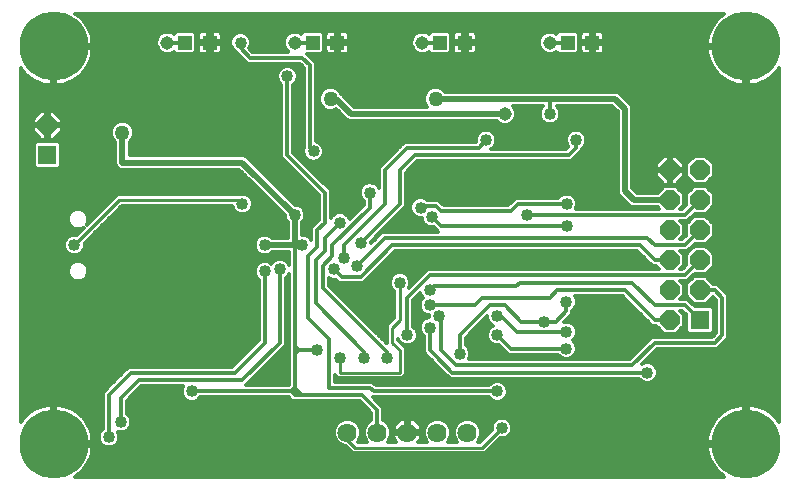
<source format=gbl>
G75*
G70*
%OFA0B0*%
%FSLAX24Y24*%
%IPPOS*%
%LPD*%
%AMOC8*
5,1,8,0,0,1.08239X$1,22.5*
%
%ADD10R,0.0472X0.0472*%
%ADD11C,0.0640*%
%ADD12C,0.2300*%
%ADD13R,0.0640X0.0640*%
%ADD14OC8,0.0640*%
%ADD15C,0.0120*%
%ADD16C,0.0400*%
%ADD17C,0.0450*%
%ADD18C,0.0100*%
%ADD19C,0.0500*%
%ADD20C,0.0200*%
D10*
X008121Y019492D03*
X008948Y019492D03*
X012371Y019492D03*
X013198Y019492D03*
X016621Y019492D03*
X017448Y019492D03*
X020871Y019492D03*
X021698Y019492D03*
D11*
X017535Y006492D03*
X016535Y006492D03*
X015535Y006492D03*
X014535Y006492D03*
X013535Y006492D03*
D12*
X003739Y006118D03*
X003739Y019366D03*
X026830Y019366D03*
X026830Y006118D03*
D13*
X025285Y010242D03*
X003535Y015742D03*
D14*
X003535Y016742D03*
X024285Y015242D03*
X025285Y015242D03*
X025285Y014242D03*
X024285Y014242D03*
X024285Y013242D03*
X025285Y013242D03*
X025285Y012242D03*
X024285Y012242D03*
X024285Y011242D03*
X025285Y011242D03*
X024285Y010242D03*
D15*
X004521Y005065D02*
X004466Y005028D01*
X026103Y005028D01*
X026049Y005065D01*
X025949Y005146D01*
X025858Y005237D01*
X025777Y005337D01*
X025705Y005444D01*
X025644Y005557D01*
X025595Y005676D01*
X025558Y005799D01*
X025533Y005926D01*
X025520Y006054D01*
X025520Y006058D01*
X026770Y006058D01*
X026770Y006178D01*
X026770Y007428D01*
X026766Y007428D01*
X026638Y007415D01*
X026511Y007390D01*
X026388Y007353D01*
X026269Y007304D01*
X026156Y007243D01*
X026049Y007171D01*
X025949Y007090D01*
X025858Y006999D01*
X025777Y006899D01*
X025705Y006792D01*
X025644Y006679D01*
X025595Y006560D01*
X025558Y006437D01*
X025533Y006310D01*
X025520Y006182D01*
X025520Y006178D01*
X026770Y006178D01*
X026890Y006178D01*
X026890Y007428D01*
X026894Y007428D01*
X027022Y007415D01*
X027149Y007390D01*
X027272Y007353D01*
X027391Y007304D01*
X027504Y007243D01*
X027611Y007171D01*
X027711Y007090D01*
X027802Y006999D01*
X027883Y006899D01*
X027920Y006845D01*
X027920Y018640D01*
X027883Y018585D01*
X027802Y018485D01*
X027711Y018394D01*
X027611Y018313D01*
X027504Y018241D01*
X027391Y018180D01*
X027272Y018131D01*
X027149Y018094D01*
X027022Y018069D01*
X026894Y018056D01*
X026890Y018056D01*
X026890Y019306D01*
X026770Y019306D01*
X026770Y018056D01*
X026766Y018056D01*
X026638Y018069D01*
X026511Y018094D01*
X026388Y018131D01*
X026269Y018180D01*
X026156Y018241D01*
X026049Y018313D01*
X025949Y018394D01*
X025858Y018485D01*
X025777Y018585D01*
X025705Y018692D01*
X025644Y018805D01*
X025595Y018924D01*
X025558Y019047D01*
X025533Y019174D01*
X025520Y019302D01*
X025520Y019306D01*
X026770Y019306D01*
X026770Y019426D01*
X025520Y019426D01*
X025520Y019430D01*
X025533Y019559D01*
X025558Y019685D01*
X025595Y019808D01*
X025644Y019927D01*
X025705Y020040D01*
X025777Y020147D01*
X025858Y020247D01*
X025949Y020338D01*
X026049Y020419D01*
X026103Y020456D01*
X004466Y020456D01*
X004521Y020419D01*
X004620Y020338D01*
X004711Y020247D01*
X004793Y020147D01*
X004864Y020040D01*
X004925Y019927D01*
X004974Y019808D01*
X005012Y019685D01*
X005037Y019559D01*
X005049Y019430D01*
X005049Y019426D01*
X003800Y019426D01*
X003800Y019306D01*
X005049Y019306D01*
X005049Y019302D01*
X005037Y019174D01*
X005012Y019047D01*
X004974Y018924D01*
X004925Y018805D01*
X004864Y018692D01*
X004793Y018585D01*
X004711Y018485D01*
X004620Y018394D01*
X004521Y018313D01*
X004414Y018241D01*
X004300Y018180D01*
X004181Y018131D01*
X004058Y018094D01*
X003932Y018069D01*
X003804Y018056D01*
X003799Y018056D01*
X003799Y019306D01*
X003679Y019306D01*
X003679Y018056D01*
X003675Y018056D01*
X003547Y018069D01*
X003421Y018094D01*
X003298Y018131D01*
X003179Y018180D01*
X003065Y018241D01*
X002958Y018313D01*
X002859Y018394D01*
X002768Y018485D01*
X002686Y018585D01*
X002649Y018640D01*
X002649Y006845D01*
X002686Y006899D01*
X002768Y006999D01*
X002859Y007090D01*
X002958Y007171D01*
X003065Y007243D01*
X003179Y007304D01*
X003298Y007353D01*
X003421Y007390D01*
X003547Y007415D01*
X003675Y007428D01*
X003679Y007428D01*
X003679Y006178D01*
X003799Y006178D01*
X003799Y007428D01*
X003804Y007428D01*
X003932Y007415D01*
X004058Y007390D01*
X004181Y007353D01*
X004300Y007304D01*
X004414Y007243D01*
X004521Y007171D01*
X004620Y007090D01*
X004711Y006999D01*
X004793Y006899D01*
X004864Y006792D01*
X004925Y006679D01*
X004974Y006560D01*
X005012Y006437D01*
X005037Y006310D01*
X005049Y006182D01*
X005049Y006178D01*
X003800Y006178D01*
X003800Y006058D01*
X005049Y006058D01*
X005049Y006054D01*
X005037Y005926D01*
X005012Y005799D01*
X004974Y005676D01*
X004925Y005557D01*
X004864Y005444D01*
X004793Y005337D01*
X004711Y005237D01*
X004620Y005146D01*
X004521Y005065D01*
X004570Y005105D02*
X025999Y005105D01*
X025872Y005224D02*
X004698Y005224D01*
X004797Y005342D02*
X025773Y005342D01*
X025696Y005461D02*
X004873Y005461D01*
X004934Y005579D02*
X025635Y005579D01*
X025588Y005698D02*
X004981Y005698D01*
X005015Y005816D02*
X013692Y005816D01*
X013706Y005802D02*
X013863Y005802D01*
X018113Y005802D01*
X018225Y005913D01*
X018614Y006303D01*
X018617Y006302D01*
X018752Y006302D01*
X018877Y006354D01*
X018973Y006449D01*
X019025Y006574D01*
X019025Y006710D01*
X018973Y006835D01*
X018877Y006930D01*
X018752Y006982D01*
X018617Y006982D01*
X018492Y006930D01*
X018396Y006835D01*
X018345Y006710D01*
X018345Y006574D01*
X018346Y006572D01*
X017956Y006182D01*
X017875Y006182D01*
X017925Y006231D01*
X017995Y006401D01*
X017995Y006584D01*
X017925Y006753D01*
X017795Y006882D01*
X017626Y006952D01*
X017443Y006952D01*
X017274Y006882D01*
X017145Y006753D01*
X017075Y006584D01*
X017075Y006401D01*
X017145Y006231D01*
X017194Y006182D01*
X016875Y006182D01*
X016925Y006231D01*
X016995Y006401D01*
X016995Y006584D01*
X016925Y006753D01*
X016795Y006882D01*
X016626Y006952D01*
X016443Y006952D01*
X016274Y006882D01*
X016145Y006753D01*
X016075Y006584D01*
X016075Y006401D01*
X016145Y006231D01*
X016194Y006182D01*
X015903Y006182D01*
X015945Y006240D01*
X015980Y006308D01*
X016003Y006380D01*
X016014Y006452D01*
X015575Y006452D01*
X015575Y006532D01*
X016014Y006532D01*
X016003Y006604D01*
X015980Y006676D01*
X015945Y006744D01*
X015901Y006805D01*
X015847Y006858D01*
X015786Y006903D01*
X015719Y006937D01*
X015647Y006960D01*
X015575Y006972D01*
X015575Y006532D01*
X015495Y006532D01*
X015495Y006972D01*
X015422Y006960D01*
X015350Y006937D01*
X015283Y006903D01*
X015222Y006858D01*
X015169Y006805D01*
X015124Y006744D01*
X015090Y006676D01*
X015067Y006604D01*
X015055Y006532D01*
X015494Y006532D01*
X015494Y006452D01*
X015055Y006452D01*
X015067Y006380D01*
X015090Y006308D01*
X015124Y006240D01*
X015167Y006182D01*
X014875Y006182D01*
X014925Y006231D01*
X014995Y006401D01*
X014995Y006584D01*
X014925Y006753D01*
X014795Y006882D01*
X014735Y006907D01*
X014735Y007159D01*
X014735Y007325D01*
X014392Y007667D01*
X014493Y007667D01*
X018254Y007667D01*
X018342Y007579D01*
X018467Y007527D01*
X018602Y007527D01*
X018727Y007579D01*
X018823Y007674D01*
X018875Y007799D01*
X018875Y007935D01*
X018823Y008060D01*
X018727Y008155D01*
X018602Y008207D01*
X018467Y008207D01*
X018342Y008155D01*
X018254Y008067D01*
X014493Y008067D01*
X014368Y008192D01*
X014202Y008192D01*
X013110Y008192D01*
X013110Y008398D01*
X013206Y008302D01*
X013363Y008302D01*
X015363Y008302D01*
X015475Y008413D01*
X015475Y008571D01*
X015475Y009163D01*
X015475Y009321D01*
X015225Y009571D01*
X015225Y009602D01*
X015246Y009549D01*
X015342Y009454D01*
X015467Y009402D01*
X015602Y009402D01*
X015727Y009454D01*
X015823Y009549D01*
X015875Y009674D01*
X015875Y009810D01*
X015823Y009935D01*
X015735Y010023D01*
X015735Y010909D01*
X015961Y011135D01*
X015996Y011049D01*
X016054Y010992D01*
X015996Y010935D01*
X015945Y010810D01*
X015945Y010674D01*
X015996Y010549D01*
X016092Y010454D01*
X016217Y010402D01*
X016257Y010402D01*
X016257Y010332D01*
X016217Y010332D01*
X016092Y010280D01*
X015996Y010185D01*
X015945Y010060D01*
X015945Y009924D01*
X015996Y009799D01*
X016085Y009711D01*
X016085Y009159D01*
X016202Y009042D01*
X016389Y008855D01*
X016389Y008855D01*
X016835Y008409D01*
X016942Y008302D01*
X016952Y008292D01*
X017118Y008292D01*
X023254Y008292D01*
X023342Y008204D01*
X023467Y008152D01*
X023602Y008152D01*
X023727Y008204D01*
X023823Y008299D01*
X023875Y008424D01*
X027920Y008424D01*
X027920Y008306D02*
X023826Y008306D01*
X023875Y008424D02*
X023875Y008560D01*
X023823Y008685D01*
X023727Y008780D01*
X023602Y008832D01*
X023467Y008832D01*
X023365Y008790D01*
X023868Y009292D01*
X025702Y009292D01*
X025868Y009292D01*
X026118Y009542D01*
X026235Y009659D01*
X026235Y011075D01*
X026118Y011192D01*
X025868Y011442D01*
X025735Y011442D01*
X025475Y011702D01*
X025094Y011702D01*
X024825Y011433D01*
X024825Y011051D01*
X025094Y010782D01*
X025475Y010782D01*
X025719Y011025D01*
X025835Y010909D01*
X025835Y009825D01*
X025702Y009692D01*
X023702Y009692D01*
X023585Y009575D01*
X022952Y008942D01*
X017580Y008942D01*
X017625Y009049D01*
X017625Y009185D01*
X017573Y009310D01*
X017485Y009398D01*
X017485Y009659D01*
X018195Y010369D01*
X018195Y010299D01*
X018246Y010174D01*
X018342Y010079D01*
X018401Y010055D01*
X018342Y010030D01*
X018246Y009935D01*
X018195Y009810D01*
X018195Y009674D01*
X018246Y009549D01*
X018342Y009454D01*
X018467Y009402D01*
X018592Y009402D01*
X018902Y009092D01*
X019068Y009092D01*
X020554Y009092D01*
X020642Y009004D01*
X020767Y008952D01*
X020902Y008952D01*
X021027Y009004D01*
X021123Y009099D01*
X021175Y009224D01*
X021175Y009360D01*
X021123Y009485D01*
X021040Y009567D01*
X021123Y009649D01*
X021175Y009774D01*
X021175Y009910D01*
X021123Y010035D01*
X021027Y010130D01*
X020902Y010182D01*
X020767Y010182D01*
X020751Y010175D01*
X021035Y010459D01*
X021035Y010561D01*
X021123Y010649D01*
X021175Y010774D01*
X021175Y010910D01*
X021123Y011035D01*
X021115Y011042D01*
X022702Y011042D01*
X023702Y010042D01*
X023834Y010042D01*
X024094Y009782D01*
X024475Y009782D01*
X024745Y010051D01*
X024745Y010433D01*
X024635Y010542D01*
X024702Y010542D01*
X024825Y010419D01*
X024825Y009864D01*
X024907Y009782D01*
X025663Y009782D01*
X025745Y009864D01*
X025745Y010620D01*
X025663Y010702D01*
X025108Y010702D01*
X024868Y010942D01*
X024702Y010942D01*
X024635Y010942D01*
X024745Y011051D01*
X024745Y011433D01*
X024635Y011542D01*
X024702Y011542D01*
X024868Y011542D01*
X025108Y011782D01*
X025475Y011782D01*
X025745Y012051D01*
X025745Y012433D01*
X025475Y012702D01*
X025094Y012702D01*
X024825Y012433D01*
X024825Y012065D01*
X024702Y011942D01*
X024635Y011942D01*
X024745Y012051D01*
X024745Y012433D01*
X024635Y012542D01*
X024868Y012542D01*
X024985Y012659D01*
X025108Y012782D01*
X025475Y012782D01*
X025745Y013051D01*
X025745Y013433D01*
X025475Y013702D01*
X025094Y013702D01*
X024825Y013433D01*
X024825Y013065D01*
X024702Y012942D01*
X024635Y012942D01*
X024745Y013051D01*
X024745Y013433D01*
X024635Y013542D01*
X024868Y013542D01*
X024985Y013659D01*
X024985Y013659D01*
X025108Y013782D01*
X025475Y013782D01*
X025745Y014051D01*
X025745Y014433D01*
X025475Y014702D01*
X025094Y014702D01*
X024825Y014433D01*
X024825Y014065D01*
X024702Y013942D01*
X024635Y013942D01*
X024745Y014051D01*
X024745Y014433D01*
X024475Y014702D01*
X024094Y014702D01*
X023874Y014482D01*
X023184Y014482D01*
X023025Y014641D01*
X023025Y017244D01*
X023025Y017340D01*
X022988Y017428D01*
X022596Y017820D01*
X022507Y017857D01*
X022412Y017857D01*
X020237Y017857D01*
X016784Y017857D01*
X016693Y017948D01*
X016550Y018007D01*
X016395Y018007D01*
X016251Y017948D01*
X016142Y017838D01*
X016082Y017695D01*
X016082Y017539D01*
X016142Y017396D01*
X016181Y017357D01*
X013759Y017357D01*
X013320Y017796D01*
X013303Y017838D01*
X013193Y017948D01*
X013050Y018007D01*
X012895Y018007D01*
X012751Y017948D01*
X012642Y017838D01*
X012582Y017695D01*
X012582Y017539D01*
X012642Y017396D01*
X012751Y017286D01*
X012895Y017227D01*
X013050Y017227D01*
X013163Y017274D01*
X013524Y016914D01*
X013612Y016877D01*
X013707Y016877D01*
X018509Y016877D01*
X018578Y016808D01*
X018712Y016752D01*
X018857Y016752D01*
X018991Y016808D01*
X019094Y016910D01*
X019150Y017044D01*
X019150Y017190D01*
X019094Y017324D01*
X019041Y017377D01*
X020064Y017377D01*
X019996Y017310D01*
X019945Y017185D01*
X019945Y017049D01*
X019996Y016924D01*
X020092Y016829D01*
X020217Y016777D01*
X020352Y016777D01*
X020477Y016829D01*
X020573Y016924D01*
X020625Y017049D01*
X020625Y017185D01*
X020573Y017310D01*
X020505Y017377D01*
X022360Y017377D01*
X022545Y017193D01*
X022545Y014494D01*
X022581Y014406D01*
X022649Y014339D01*
X022949Y014039D01*
X023037Y014002D01*
X023132Y014002D01*
X023874Y014002D01*
X023934Y013942D01*
X021143Y013942D01*
X021187Y014049D01*
X021187Y014185D01*
X021135Y014310D01*
X021040Y014405D01*
X020915Y014457D01*
X020780Y014457D01*
X020655Y014405D01*
X020566Y014317D01*
X019305Y014317D01*
X019139Y014317D01*
X018889Y014067D01*
X016743Y014067D01*
X016555Y014255D01*
X016389Y014255D01*
X016191Y014255D01*
X016165Y014280D01*
X016040Y014332D01*
X015905Y014332D01*
X015780Y014280D01*
X015684Y014185D01*
X015632Y014060D01*
X015632Y013924D01*
X015684Y013799D01*
X015780Y013704D01*
X015905Y013652D01*
X016007Y013652D01*
X016007Y013612D01*
X016059Y013487D01*
X016155Y013391D01*
X016280Y013340D01*
X016404Y013340D01*
X016552Y013192D01*
X014868Y013192D01*
X014702Y013192D01*
X014312Y012802D01*
X014312Y012862D01*
X015368Y013917D01*
X015485Y014034D01*
X015485Y015159D01*
X015868Y015542D01*
X020827Y015542D01*
X020993Y015542D01*
X021360Y015909D01*
X021360Y015961D01*
X021448Y016049D01*
X021500Y016174D01*
X021500Y016310D01*
X021448Y016435D01*
X021352Y016530D01*
X021227Y016582D01*
X021092Y016582D01*
X020967Y016530D01*
X020871Y016435D01*
X020820Y016310D01*
X020820Y016174D01*
X020871Y016049D01*
X020903Y016018D01*
X020827Y015942D01*
X018324Y015942D01*
X018352Y015954D01*
X018448Y016049D01*
X018500Y016174D01*
X018500Y016310D01*
X018448Y016435D01*
X018352Y016530D01*
X018227Y016582D01*
X018092Y016582D01*
X017967Y016530D01*
X017871Y016435D01*
X017820Y016310D01*
X017820Y016192D01*
X015452Y016192D01*
X015335Y016075D01*
X014585Y015325D01*
X014585Y015159D01*
X014585Y014656D01*
X014573Y014685D01*
X014477Y014780D01*
X014352Y014832D01*
X014217Y014832D01*
X014092Y014780D01*
X013996Y014685D01*
X013945Y014560D01*
X013945Y014424D01*
X013996Y014299D01*
X014085Y014211D01*
X014085Y014075D01*
X013609Y013599D01*
X013573Y013685D01*
X013477Y013780D01*
X013352Y013832D01*
X013217Y013832D01*
X013092Y013780D01*
X012996Y013685D01*
X012985Y013656D01*
X012985Y014409D01*
X012985Y014575D01*
X011735Y015825D01*
X011735Y018086D01*
X011823Y018174D01*
X011875Y018299D01*
X011875Y018435D01*
X011823Y018560D01*
X011727Y018655D01*
X011602Y018707D01*
X011467Y018707D01*
X011342Y018655D01*
X011246Y018560D01*
X011195Y018435D01*
X011195Y018299D01*
X011246Y018174D01*
X011335Y018086D01*
X011335Y015659D01*
X011452Y015542D01*
X012585Y014409D01*
X012585Y013575D01*
X012335Y013325D01*
X012335Y013159D01*
X012335Y012906D01*
X012323Y012935D01*
X012227Y013030D01*
X012102Y013082D01*
X012025Y013082D01*
X012025Y013501D01*
X012073Y013549D01*
X012125Y013674D01*
X012125Y013810D01*
X012073Y013935D01*
X011977Y014030D01*
X011852Y014082D01*
X011784Y014082D01*
X010171Y015695D01*
X010082Y015732D01*
X009987Y015732D01*
X006275Y015732D01*
X006275Y016180D01*
X006365Y016271D01*
X006425Y016414D01*
X006425Y016570D01*
X006365Y016713D01*
X006256Y016823D01*
X006112Y016882D01*
X005957Y016882D01*
X005814Y016823D01*
X005704Y016713D01*
X005645Y016570D01*
X005645Y016414D01*
X005704Y016271D01*
X005795Y016180D01*
X005795Y015540D01*
X005795Y015444D01*
X005831Y015356D01*
X005899Y015289D01*
X005987Y015252D01*
X009935Y015252D01*
X011445Y013743D01*
X011445Y013674D01*
X011496Y013549D01*
X011545Y013501D01*
X011545Y012982D01*
X011025Y012982D01*
X010977Y013030D01*
X010852Y013082D01*
X010717Y013082D01*
X010592Y013030D01*
X010496Y012935D01*
X010445Y012810D01*
X004774Y012810D01*
X004775Y012810D02*
X004774Y012812D01*
X006013Y014052D01*
X009695Y014052D01*
X009695Y014049D01*
X009746Y013924D01*
X009842Y013829D01*
X009967Y013777D01*
X010102Y013777D01*
X010227Y013829D01*
X010323Y013924D01*
X010375Y014049D01*
X010375Y014185D01*
X010323Y014310D01*
X010227Y014405D01*
X010102Y014457D01*
X009967Y014457D01*
X009907Y014432D01*
X005856Y014432D01*
X005745Y014321D01*
X004849Y013425D01*
X004897Y013541D01*
X004897Y013675D01*
X004846Y013799D01*
X004751Y013894D01*
X004627Y013945D01*
X004493Y013945D01*
X004369Y013894D01*
X004274Y013799D01*
X004223Y013675D01*
X004223Y013541D01*
X004274Y013417D01*
X004369Y013322D01*
X004493Y013271D01*
X004627Y013271D01*
X004743Y013319D01*
X004505Y013081D01*
X004502Y013082D01*
X004367Y013082D01*
X004242Y013030D01*
X004146Y012935D01*
X004095Y012810D01*
X004095Y012674D01*
X004146Y012549D01*
X004242Y012454D01*
X004367Y012402D01*
X004502Y012402D01*
X004627Y012454D01*
X004723Y012549D01*
X004775Y012674D01*
X004775Y012810D01*
X004775Y012692D02*
X010445Y012692D01*
X010445Y012674D02*
X010496Y012549D01*
X010592Y012454D01*
X010717Y012402D01*
X010852Y012402D01*
X010977Y012454D01*
X011026Y012502D01*
X011585Y012502D01*
X011585Y012094D01*
X011573Y012122D01*
X011477Y012218D01*
X011352Y012270D01*
X011217Y012270D01*
X011092Y012218D01*
X011003Y012129D01*
X010977Y012155D01*
X010852Y012207D01*
X010717Y012207D01*
X010592Y012155D01*
X010496Y012060D01*
X010445Y011935D01*
X010445Y011799D01*
X010496Y011674D01*
X010585Y011586D01*
X010585Y009575D01*
X009702Y008692D01*
X006252Y008692D01*
X006135Y008575D01*
X006135Y008575D01*
X005502Y007942D01*
X005385Y007825D01*
X005385Y006623D01*
X005296Y006535D01*
X005245Y006410D01*
X005245Y006274D01*
X005296Y006149D01*
X005392Y006054D01*
X005517Y006002D01*
X005652Y006002D01*
X005777Y006054D01*
X005873Y006149D01*
X005925Y006274D01*
X005925Y006410D01*
X005880Y006517D01*
X005917Y006502D01*
X006052Y006502D01*
X006177Y006554D01*
X006273Y006649D01*
X006325Y006774D01*
X006325Y006910D01*
X006273Y007035D01*
X006185Y007123D01*
X006185Y007559D01*
X006668Y008042D01*
X008052Y008042D01*
X008007Y007935D01*
X008007Y007799D01*
X008059Y007674D01*
X008155Y007579D01*
X008280Y007527D01*
X008415Y007527D01*
X008540Y007579D01*
X008628Y007667D01*
X011577Y007667D01*
X011585Y007659D01*
X011702Y007542D01*
X011827Y007542D01*
X011952Y007542D01*
X013952Y007542D01*
X014335Y007159D01*
X014335Y006907D01*
X014274Y006882D01*
X014145Y006753D01*
X014075Y006584D01*
X014075Y006401D01*
X014145Y006231D01*
X014194Y006182D01*
X013875Y006182D01*
X013925Y006231D01*
X013995Y006401D01*
X013995Y006584D01*
X013925Y006753D01*
X013795Y006882D01*
X013626Y006952D01*
X013443Y006952D01*
X013274Y006882D01*
X013145Y006753D01*
X013075Y006584D01*
X013075Y006401D01*
X013145Y006231D01*
X013274Y006102D01*
X013443Y006032D01*
X013476Y006032D01*
X013706Y005802D01*
X013573Y005935D02*
X005038Y005935D01*
X005049Y006053D02*
X005393Y006053D01*
X005287Y006172D02*
X003800Y006172D01*
X003799Y006291D02*
X003679Y006291D01*
X003679Y006409D02*
X003799Y006409D01*
X003799Y006528D02*
X003679Y006528D01*
X003679Y006646D02*
X003799Y006646D01*
X003799Y006765D02*
X003679Y006765D01*
X003679Y006883D02*
X003799Y006883D01*
X003799Y007002D02*
X003679Y007002D01*
X003679Y007120D02*
X003799Y007120D01*
X003799Y007239D02*
X003679Y007239D01*
X003679Y007357D02*
X003799Y007357D01*
X004166Y007357D02*
X005385Y007357D01*
X005385Y007239D02*
X004420Y007239D01*
X004583Y007120D02*
X005385Y007120D01*
X005385Y007002D02*
X004708Y007002D01*
X004804Y006883D02*
X005385Y006883D01*
X005385Y006765D02*
X004879Y006765D01*
X004939Y006646D02*
X005385Y006646D01*
X005294Y006528D02*
X004984Y006528D01*
X005017Y006409D02*
X005245Y006409D01*
X005245Y006291D02*
X005039Y006291D01*
X005585Y006342D02*
X005585Y007742D01*
X006335Y008492D01*
X009785Y008492D01*
X010785Y009492D01*
X010785Y011867D01*
X010546Y011625D02*
X004786Y011625D01*
X004751Y011590D02*
X004846Y011685D01*
X004897Y011809D01*
X004897Y011943D01*
X004846Y012067D01*
X004751Y012162D01*
X004627Y012213D01*
X004493Y012213D01*
X004369Y012162D01*
X004274Y012067D01*
X004223Y011943D01*
X004223Y011809D01*
X004274Y011685D01*
X004369Y011590D01*
X004493Y011539D01*
X004627Y011539D01*
X004751Y011590D01*
X004870Y011744D02*
X010468Y011744D01*
X010445Y011862D02*
X004897Y011862D01*
X004881Y011981D02*
X010464Y011981D01*
X010536Y012099D02*
X004813Y012099D01*
X004628Y012455D02*
X010591Y012455D01*
X010487Y012573D02*
X004733Y012573D01*
X004890Y012929D02*
X010494Y012929D01*
X010445Y012810D02*
X010445Y012674D01*
X010978Y012455D02*
X011585Y012455D01*
X011585Y012336D02*
X002649Y012336D01*
X002649Y012218D02*
X011092Y012218D01*
X011285Y011930D02*
X011285Y009492D01*
X010035Y008242D01*
X006585Y008242D01*
X005985Y007642D01*
X005985Y006842D01*
X006114Y006528D02*
X013075Y006528D01*
X013075Y006409D02*
X005925Y006409D01*
X005925Y006291D02*
X013120Y006291D01*
X013204Y006172D02*
X005882Y006172D01*
X005776Y006053D02*
X013391Y006053D01*
X013949Y006291D02*
X014120Y006291D01*
X014075Y006409D02*
X013995Y006409D01*
X013995Y006528D02*
X014075Y006528D01*
X014101Y006646D02*
X013969Y006646D01*
X013913Y006765D02*
X014157Y006765D01*
X014277Y006883D02*
X013792Y006883D01*
X013277Y006883D02*
X006325Y006883D01*
X006321Y006765D02*
X013157Y006765D01*
X013101Y006646D02*
X006270Y006646D01*
X006287Y007002D02*
X014335Y007002D01*
X014335Y007120D02*
X006187Y007120D01*
X006185Y007239D02*
X014255Y007239D01*
X014136Y007357D02*
X006185Y007357D01*
X006185Y007476D02*
X014018Y007476D01*
X014035Y007742D02*
X012035Y007742D01*
X011785Y007992D01*
X011660Y007867D01*
X011785Y007742D01*
X011785Y007867D01*
X011910Y007742D01*
X011972Y007742D01*
X012035Y007742D01*
X011972Y007742D02*
X011785Y007930D01*
X011785Y007992D01*
X011785Y009117D01*
X011910Y009242D01*
X011785Y009367D01*
X011785Y012742D01*
X012222Y012367D02*
X012535Y012680D01*
X012535Y013242D01*
X012785Y013492D01*
X012785Y014492D01*
X011535Y015742D01*
X011535Y018367D01*
X011847Y018501D02*
X012085Y018501D01*
X012085Y018619D02*
X011763Y018619D01*
X011952Y018792D02*
X012085Y018659D01*
X012085Y015971D01*
X012070Y015935D01*
X012070Y015799D01*
X012121Y015674D01*
X012217Y015579D01*
X012342Y015527D01*
X012477Y015527D01*
X012602Y015579D01*
X012698Y015674D01*
X012750Y015799D01*
X012750Y015935D01*
X012698Y016060D01*
X012602Y016155D01*
X012485Y016204D01*
X012485Y018659D01*
X012485Y018825D01*
X012235Y019075D01*
X012194Y019116D01*
X012666Y019116D01*
X012748Y019198D01*
X012748Y019786D01*
X012666Y019868D01*
X012077Y019868D01*
X012001Y019792D01*
X011991Y019801D01*
X011857Y019857D01*
X011712Y019857D01*
X011578Y019801D01*
X011475Y019699D01*
X011420Y019565D01*
X011420Y019419D01*
X011475Y019285D01*
X011569Y019192D01*
X010368Y019192D01*
X010260Y019299D01*
X010260Y019299D01*
X010312Y019424D01*
X010312Y019560D01*
X010260Y019685D01*
X010165Y019780D01*
X010040Y019832D01*
X009905Y019832D01*
X009780Y019780D01*
X009684Y019685D01*
X009632Y019560D01*
X009632Y019424D01*
X009684Y019299D01*
X009780Y019204D01*
X009798Y019196D01*
X009889Y019105D01*
X010085Y018909D01*
X010199Y018795D01*
X010202Y018792D01*
X010368Y018792D01*
X011952Y018792D01*
X012006Y018738D02*
X004889Y018738D01*
X004946Y018856D02*
X010138Y018856D01*
X010085Y018909D02*
X010085Y018909D01*
X010019Y018975D02*
X004990Y018975D01*
X005021Y019093D02*
X009901Y019093D01*
X009889Y019105D02*
X009889Y019105D01*
X009772Y019212D02*
X009338Y019212D01*
X009333Y019194D02*
X009344Y019235D01*
X009344Y019434D01*
X009006Y019434D01*
X009006Y019096D01*
X009205Y019096D01*
X009246Y019107D01*
X009283Y019128D01*
X009312Y019158D01*
X009333Y019194D01*
X009344Y019330D02*
X009671Y019330D01*
X009632Y019449D02*
X009006Y019449D01*
X009006Y019434D02*
X009006Y019550D01*
X008890Y019550D01*
X008890Y019434D01*
X008552Y019434D01*
X008552Y019235D01*
X008563Y019194D01*
X008584Y019158D01*
X008614Y019128D01*
X008650Y019107D01*
X008691Y019096D01*
X008890Y019096D01*
X008890Y019434D01*
X009006Y019434D01*
X009006Y019330D02*
X008890Y019330D01*
X008890Y019212D02*
X009006Y019212D01*
X008890Y019449D02*
X008498Y019449D01*
X008552Y019550D02*
X008552Y019749D01*
X008563Y019790D01*
X008584Y019826D01*
X008614Y019856D01*
X008650Y019877D01*
X008691Y019888D01*
X008890Y019888D01*
X008890Y019550D01*
X008552Y019550D01*
X008552Y019567D02*
X008498Y019567D01*
X008498Y019686D02*
X008552Y019686D01*
X008498Y019786D02*
X008416Y019868D01*
X007827Y019868D01*
X007751Y019792D01*
X007741Y019801D01*
X007607Y019857D01*
X007462Y019857D01*
X007328Y019801D01*
X007225Y019699D01*
X007170Y019565D01*
X007170Y019419D01*
X007225Y019285D01*
X007328Y019183D01*
X007462Y019127D01*
X007607Y019127D01*
X007741Y019183D01*
X007751Y019192D01*
X007827Y019116D01*
X008416Y019116D01*
X008498Y019198D01*
X008498Y019786D01*
X008479Y019804D02*
X008571Y019804D01*
X008890Y019804D02*
X009006Y019804D01*
X009006Y019888D02*
X009006Y019550D01*
X009344Y019550D01*
X009344Y019749D01*
X009333Y019790D01*
X009312Y019826D01*
X009283Y019856D01*
X009246Y019877D01*
X009205Y019888D01*
X009006Y019888D01*
X009006Y019686D02*
X008890Y019686D01*
X008890Y019567D02*
X009006Y019567D01*
X009344Y019567D02*
X009635Y019567D01*
X009685Y019686D02*
X009344Y019686D01*
X009325Y019804D02*
X009838Y019804D01*
X010106Y019804D02*
X011585Y019804D01*
X011470Y019686D02*
X010259Y019686D01*
X010309Y019567D02*
X011421Y019567D01*
X011420Y019449D02*
X010312Y019449D01*
X010273Y019330D02*
X011457Y019330D01*
X011549Y019212D02*
X010348Y019212D01*
X010285Y018992D02*
X009972Y019305D01*
X009972Y019492D01*
X010285Y018992D02*
X012035Y018992D01*
X012285Y018742D01*
X012285Y015992D01*
X012085Y016011D02*
X011735Y016011D01*
X011735Y015893D02*
X012070Y015893D01*
X012080Y015774D02*
X011786Y015774D01*
X011904Y015655D02*
X012140Y015655D01*
X012023Y015537D02*
X012318Y015537D01*
X012501Y015537D02*
X014797Y015537D01*
X014915Y015655D02*
X012679Y015655D01*
X012739Y015774D02*
X015034Y015774D01*
X015152Y015893D02*
X012750Y015893D01*
X012718Y016011D02*
X015271Y016011D01*
X015389Y016130D02*
X012628Y016130D01*
X012485Y016248D02*
X017820Y016248D01*
X017843Y016367D02*
X012485Y016367D01*
X012485Y016485D02*
X017922Y016485D01*
X018160Y016242D02*
X017910Y015992D01*
X015535Y015992D01*
X014785Y015242D01*
X014785Y014117D01*
X013410Y012742D01*
X013410Y012305D01*
X013035Y012367D02*
X012722Y012055D01*
X012722Y011305D01*
X014847Y009180D01*
X014847Y008992D01*
X015475Y009017D02*
X016227Y009017D01*
X016345Y008899D02*
X015475Y008899D01*
X015475Y008780D02*
X016464Y008780D01*
X016583Y008661D02*
X015475Y008661D01*
X015475Y008543D02*
X016701Y008543D01*
X016820Y008424D02*
X015475Y008424D01*
X015367Y008306D02*
X016938Y008306D01*
X016835Y008409D02*
X016835Y008409D01*
X017035Y008492D02*
X016472Y009055D01*
X016285Y009242D01*
X016285Y009992D01*
X015977Y009847D02*
X015859Y009847D01*
X015875Y009728D02*
X016068Y009728D01*
X016085Y009610D02*
X015848Y009610D01*
X015765Y009491D02*
X016085Y009491D01*
X016085Y009373D02*
X015423Y009373D01*
X015475Y009254D02*
X016085Y009254D01*
X016108Y009136D02*
X015475Y009136D01*
X015305Y009491D02*
X015304Y009491D01*
X015535Y009742D02*
X015535Y010992D01*
X016285Y011742D01*
X024785Y011742D01*
X025285Y012242D01*
X025745Y012218D02*
X027920Y012218D01*
X027920Y012336D02*
X025745Y012336D01*
X025722Y012455D02*
X027920Y012455D01*
X027920Y012573D02*
X025604Y012573D01*
X025485Y012692D02*
X027920Y012692D01*
X027920Y012810D02*
X025504Y012810D01*
X025622Y012929D02*
X027920Y012929D01*
X027920Y013048D02*
X025741Y013048D01*
X025745Y013166D02*
X027920Y013166D01*
X027920Y013285D02*
X025745Y013285D01*
X025745Y013403D02*
X027920Y013403D01*
X027920Y013522D02*
X025656Y013522D01*
X025537Y013640D02*
X027920Y013640D01*
X027920Y013759D02*
X025084Y013759D01*
X025032Y013640D02*
X024966Y013640D01*
X024914Y013522D02*
X024656Y013522D01*
X024745Y013403D02*
X024825Y013403D01*
X024825Y013285D02*
X024745Y013285D01*
X024745Y013166D02*
X024825Y013166D01*
X024807Y013048D02*
X024741Y013048D01*
X024785Y012742D02*
X025285Y013242D01*
X025571Y013877D02*
X027920Y013877D01*
X027920Y013996D02*
X025689Y013996D01*
X025745Y014114D02*
X027920Y014114D01*
X027920Y014233D02*
X025745Y014233D01*
X025745Y014351D02*
X027920Y014351D01*
X027920Y014470D02*
X025707Y014470D01*
X025589Y014589D02*
X027920Y014589D01*
X027920Y014707D02*
X023025Y014707D01*
X023025Y014826D02*
X024022Y014826D01*
X024086Y014762D02*
X023805Y015043D01*
X023805Y015202D01*
X024244Y015202D01*
X024244Y015282D01*
X023805Y015282D01*
X023805Y015441D01*
X024086Y015722D01*
X024245Y015722D01*
X024245Y015282D01*
X024325Y015282D01*
X024765Y015282D01*
X024765Y015441D01*
X024484Y015722D01*
X024325Y015722D01*
X024325Y015282D01*
X024325Y015202D01*
X024765Y015202D01*
X024765Y015043D01*
X024484Y014762D01*
X024325Y014762D01*
X024325Y015202D01*
X024245Y015202D01*
X024245Y014762D01*
X024086Y014762D01*
X024245Y014826D02*
X024325Y014826D01*
X024325Y014944D02*
X024245Y014944D01*
X024245Y015063D02*
X024325Y015063D01*
X024325Y015181D02*
X024245Y015181D01*
X024245Y015300D02*
X024325Y015300D01*
X024325Y015418D02*
X024245Y015418D01*
X024245Y015537D02*
X024325Y015537D01*
X024325Y015655D02*
X024245Y015655D01*
X024019Y015655D02*
X023025Y015655D01*
X023025Y015537D02*
X023901Y015537D01*
X023805Y015418D02*
X023025Y015418D01*
X023025Y015300D02*
X023805Y015300D01*
X023805Y015181D02*
X023025Y015181D01*
X023025Y015063D02*
X023805Y015063D01*
X023904Y014944D02*
X023025Y014944D01*
X022545Y014944D02*
X015485Y014944D01*
X015485Y014826D02*
X022545Y014826D01*
X022545Y014707D02*
X015485Y014707D01*
X015485Y014589D02*
X022545Y014589D01*
X022555Y014470D02*
X015485Y014470D01*
X015485Y014351D02*
X020601Y014351D01*
X020847Y014117D02*
X019222Y014117D01*
X018972Y013867D01*
X016660Y013867D01*
X016472Y014055D01*
X016035Y014055D01*
X015972Y013992D01*
X015972Y013992D01*
X015632Y013996D02*
X015446Y013996D01*
X015485Y014114D02*
X015655Y014114D01*
X015732Y014233D02*
X015485Y014233D01*
X015285Y014117D02*
X015285Y015242D01*
X015785Y015742D01*
X020910Y015742D01*
X021160Y015992D01*
X021160Y016242D01*
X021500Y016248D02*
X022545Y016248D01*
X022545Y016130D02*
X021481Y016130D01*
X021410Y016011D02*
X022545Y016011D01*
X022545Y015893D02*
X021343Y015893D01*
X021225Y015774D02*
X022545Y015774D01*
X022545Y015655D02*
X021106Y015655D01*
X020896Y016011D02*
X018410Y016011D01*
X018481Y016130D02*
X020838Y016130D01*
X020820Y016248D02*
X018500Y016248D01*
X018476Y016367D02*
X020843Y016367D01*
X020922Y016485D02*
X018397Y016485D01*
X018545Y016841D02*
X012485Y016841D01*
X012485Y016959D02*
X013478Y016959D01*
X013359Y017078D02*
X012485Y017078D01*
X012485Y017197D02*
X013241Y017197D01*
X013564Y017552D02*
X016082Y017552D01*
X016082Y017671D02*
X013445Y017671D01*
X013327Y017789D02*
X016121Y017789D01*
X016211Y017908D02*
X013233Y017908D01*
X012711Y017908D02*
X012485Y017908D01*
X012485Y018026D02*
X027920Y018026D01*
X027920Y017908D02*
X016733Y017908D01*
X016126Y017434D02*
X013683Y017434D01*
X012723Y017315D02*
X012485Y017315D01*
X012485Y017434D02*
X012626Y017434D01*
X012582Y017552D02*
X012485Y017552D01*
X012485Y017671D02*
X012582Y017671D01*
X012621Y017789D02*
X012485Y017789D01*
X012085Y017789D02*
X011735Y017789D01*
X011735Y017671D02*
X012085Y017671D01*
X012085Y017552D02*
X011735Y017552D01*
X011735Y017434D02*
X012085Y017434D01*
X012085Y017315D02*
X011735Y017315D01*
X011735Y017197D02*
X012085Y017197D01*
X012085Y017078D02*
X011735Y017078D01*
X011735Y016959D02*
X012085Y016959D01*
X012085Y016841D02*
X011735Y016841D01*
X011735Y016722D02*
X012085Y016722D01*
X012085Y016604D02*
X011735Y016604D01*
X011735Y016485D02*
X012085Y016485D01*
X012085Y016367D02*
X011735Y016367D01*
X011735Y016248D02*
X012085Y016248D01*
X012085Y016130D02*
X011735Y016130D01*
X011335Y016130D02*
X006275Y016130D01*
X006275Y016011D02*
X011335Y016011D01*
X011335Y015893D02*
X006275Y015893D01*
X006275Y015774D02*
X011335Y015774D01*
X011338Y015655D02*
X010211Y015655D01*
X010329Y015537D02*
X011457Y015537D01*
X011576Y015418D02*
X010448Y015418D01*
X010566Y015300D02*
X011694Y015300D01*
X011813Y015181D02*
X010685Y015181D01*
X010803Y015063D02*
X011931Y015063D01*
X012050Y014944D02*
X010922Y014944D01*
X011040Y014826D02*
X012168Y014826D01*
X012287Y014707D02*
X011159Y014707D01*
X011278Y014589D02*
X012405Y014589D01*
X012524Y014470D02*
X011396Y014470D01*
X011515Y014351D02*
X012585Y014351D01*
X012585Y014233D02*
X011633Y014233D01*
X011752Y014114D02*
X012585Y014114D01*
X012585Y013996D02*
X012012Y013996D01*
X012097Y013877D02*
X012585Y013877D01*
X012585Y013759D02*
X012125Y013759D01*
X012111Y013640D02*
X012585Y013640D01*
X012532Y013522D02*
X012045Y013522D01*
X012025Y013403D02*
X012413Y013403D01*
X012335Y013285D02*
X012025Y013285D01*
X012025Y013166D02*
X012335Y013166D01*
X012335Y013048D02*
X012186Y013048D01*
X012325Y012929D02*
X012335Y012929D01*
X012785Y012992D02*
X012785Y012555D01*
X012472Y012242D01*
X012472Y010805D01*
X014097Y009180D01*
X014097Y008992D01*
X014818Y009491D02*
X014845Y009491D01*
X014845Y009465D02*
X012922Y011387D01*
X012922Y011634D01*
X013030Y011590D01*
X013154Y011590D01*
X013264Y011480D01*
X013430Y011480D01*
X014055Y011480D01*
X014172Y011597D01*
X015118Y012542D01*
X023202Y012542D01*
X023702Y012042D01*
X023834Y012042D01*
X023934Y011942D01*
X016202Y011942D01*
X016085Y011825D01*
X015582Y011323D01*
X015625Y011424D01*
X015625Y011560D01*
X015573Y011685D01*
X015477Y011780D01*
X015352Y011832D01*
X015217Y011832D01*
X015092Y011780D01*
X014996Y011685D01*
X014945Y011560D01*
X014945Y011424D01*
X014996Y011299D01*
X015092Y011204D01*
X015095Y011203D01*
X015095Y010321D01*
X013989Y010321D01*
X014107Y010202D02*
X014976Y010202D01*
X014858Y010084D02*
X014226Y010084D01*
X014344Y009965D02*
X014845Y009965D01*
X014845Y009913D02*
X014845Y009465D01*
X014845Y009610D02*
X014700Y009610D01*
X014581Y009728D02*
X014845Y009728D01*
X014845Y009847D02*
X014463Y009847D01*
X014845Y009913D02*
X014845Y010071D01*
X015095Y010321D01*
X015095Y010440D02*
X013870Y010440D01*
X013751Y010558D02*
X015095Y010558D01*
X015095Y010677D02*
X013633Y010677D01*
X013514Y010795D02*
X015095Y010795D01*
X015095Y010914D02*
X013396Y010914D01*
X013277Y011032D02*
X015095Y011032D01*
X015095Y011151D02*
X013159Y011151D01*
X013040Y011269D02*
X015027Y011269D01*
X014960Y011388D02*
X012922Y011388D01*
X012922Y011506D02*
X013237Y011506D01*
X013347Y011680D02*
X013097Y011930D01*
X013347Y011680D02*
X013972Y011680D01*
X015035Y012742D01*
X023285Y012742D01*
X023785Y012242D01*
X024285Y012242D01*
X024745Y012218D02*
X024825Y012218D01*
X024825Y012336D02*
X024745Y012336D01*
X024722Y012455D02*
X024847Y012455D01*
X024899Y012573D02*
X024966Y012573D01*
X025017Y012692D02*
X025084Y012692D01*
X024785Y012742D02*
X023785Y012742D01*
X023535Y012992D01*
X014785Y012992D01*
X013847Y012055D01*
X014201Y011625D02*
X014972Y011625D01*
X014945Y011506D02*
X014082Y011506D01*
X014319Y011744D02*
X015055Y011744D01*
X014556Y011981D02*
X023896Y011981D01*
X023645Y012099D02*
X014675Y012099D01*
X014793Y012218D02*
X023526Y012218D01*
X023408Y012336D02*
X014912Y012336D01*
X015030Y012455D02*
X023289Y012455D01*
X023035Y011492D02*
X023785Y010742D01*
X024785Y010742D01*
X025285Y010242D01*
X025745Y010202D02*
X025835Y010202D01*
X025835Y010084D02*
X025745Y010084D01*
X025745Y009965D02*
X025835Y009965D01*
X025835Y009847D02*
X025728Y009847D01*
X025738Y009728D02*
X021156Y009728D01*
X021175Y009847D02*
X024029Y009847D01*
X023911Y009965D02*
X021152Y009965D01*
X021074Y010084D02*
X023660Y010084D01*
X023541Y010202D02*
X020778Y010202D01*
X020896Y010321D02*
X023423Y010321D01*
X023304Y010440D02*
X021015Y010440D01*
X021035Y010558D02*
X023186Y010558D01*
X023067Y010677D02*
X021134Y010677D01*
X021175Y010795D02*
X022949Y010795D01*
X022830Y010914D02*
X021173Y010914D01*
X021124Y011032D02*
X022712Y011032D01*
X022785Y011242D02*
X023785Y010242D01*
X024285Y010242D01*
X024745Y010202D02*
X024825Y010202D01*
X024825Y010084D02*
X024745Y010084D01*
X024825Y009965D02*
X024659Y009965D01*
X024540Y009847D02*
X024842Y009847D01*
X024825Y010321D02*
X024745Y010321D01*
X024738Y010440D02*
X024804Y010440D01*
X025014Y010795D02*
X025081Y010795D01*
X024962Y010914D02*
X024896Y010914D01*
X024844Y011032D02*
X024725Y011032D01*
X024745Y011151D02*
X024825Y011151D01*
X024825Y011269D02*
X024745Y011269D01*
X024745Y011388D02*
X024825Y011388D01*
X024899Y011506D02*
X024671Y011506D01*
X024950Y011625D02*
X025017Y011625D01*
X025069Y011744D02*
X027920Y011744D01*
X027920Y011862D02*
X025555Y011862D01*
X025674Y011981D02*
X027920Y011981D01*
X027920Y012099D02*
X025745Y012099D01*
X024825Y012099D02*
X024745Y012099D01*
X024741Y011981D02*
X024674Y011981D01*
X025552Y011625D02*
X027920Y011625D01*
X027920Y011506D02*
X025671Y011506D01*
X025922Y011388D02*
X027920Y011388D01*
X027920Y011269D02*
X026040Y011269D01*
X026159Y011151D02*
X027920Y011151D01*
X027920Y011032D02*
X026235Y011032D01*
X026235Y010914D02*
X027920Y010914D01*
X027920Y010795D02*
X026235Y010795D01*
X026235Y010677D02*
X027920Y010677D01*
X027920Y010558D02*
X026235Y010558D01*
X026235Y010440D02*
X027920Y010440D01*
X027920Y010321D02*
X026235Y010321D01*
X026235Y010202D02*
X027920Y010202D01*
X027920Y010084D02*
X026235Y010084D01*
X026235Y009965D02*
X027920Y009965D01*
X027920Y009847D02*
X026235Y009847D01*
X026235Y009728D02*
X027920Y009728D01*
X027920Y009610D02*
X026185Y009610D01*
X026067Y009491D02*
X027920Y009491D01*
X027920Y009373D02*
X025948Y009373D01*
X025785Y009492D02*
X026035Y009742D01*
X026035Y010992D01*
X025785Y011242D01*
X025285Y011242D01*
X025607Y010914D02*
X025830Y010914D01*
X025835Y010795D02*
X025488Y010795D01*
X025688Y010677D02*
X025835Y010677D01*
X025835Y010558D02*
X025745Y010558D01*
X025745Y010440D02*
X025835Y010440D01*
X025835Y010321D02*
X025745Y010321D01*
X025785Y009492D02*
X023785Y009492D01*
X023035Y008742D01*
X017160Y008742D01*
X016847Y009055D01*
X016660Y009242D01*
X016660Y010305D01*
X016597Y010367D01*
X016191Y010321D02*
X015735Y010321D01*
X015735Y010202D02*
X016014Y010202D01*
X015955Y010084D02*
X015735Y010084D01*
X015792Y009965D02*
X015945Y009965D01*
X016126Y010440D02*
X015735Y010440D01*
X015735Y010558D02*
X015993Y010558D01*
X015945Y010677D02*
X015735Y010677D01*
X015735Y010795D02*
X015945Y010795D01*
X015988Y010914D02*
X015739Y010914D01*
X015858Y011032D02*
X016014Y011032D01*
X016285Y011242D02*
X016410Y011367D01*
X019160Y011367D01*
X019285Y011492D01*
X023035Y011492D01*
X022785Y011242D02*
X020535Y011242D01*
X020285Y010992D01*
X018035Y010992D01*
X017785Y010742D01*
X016285Y010742D01*
X015648Y011388D02*
X015610Y011388D01*
X015625Y011506D02*
X015766Y011506D01*
X015885Y011625D02*
X015598Y011625D01*
X015514Y011744D02*
X016003Y011744D01*
X016122Y011862D02*
X014438Y011862D01*
X013035Y012367D02*
X013035Y012742D01*
X014285Y013992D01*
X014285Y014492D01*
X013975Y014351D02*
X012985Y014351D01*
X012985Y014233D02*
X014063Y014233D01*
X014085Y014114D02*
X012985Y014114D01*
X012985Y013996D02*
X014006Y013996D01*
X013887Y013877D02*
X012985Y013877D01*
X012985Y013759D02*
X013071Y013759D01*
X013285Y013492D02*
X012785Y012992D01*
X012222Y012367D02*
X012222Y010305D01*
X012910Y009617D01*
X012910Y007992D01*
X014285Y007992D01*
X014410Y007867D01*
X018535Y007867D01*
X018650Y008187D02*
X023382Y008187D01*
X023687Y008187D02*
X027920Y008187D01*
X027920Y008069D02*
X018814Y008069D01*
X018868Y007950D02*
X027920Y007950D01*
X027920Y007832D02*
X018875Y007832D01*
X018839Y007713D02*
X027920Y007713D01*
X027920Y007595D02*
X018743Y007595D01*
X018326Y007595D02*
X014465Y007595D01*
X014584Y007476D02*
X027920Y007476D01*
X027920Y007357D02*
X027257Y007357D01*
X027510Y007239D02*
X027920Y007239D01*
X027920Y007120D02*
X027674Y007120D01*
X027799Y007002D02*
X027920Y007002D01*
X027920Y006883D02*
X027894Y006883D01*
X026890Y006883D02*
X026770Y006883D01*
X026770Y006765D02*
X026890Y006765D01*
X026890Y006646D02*
X026770Y006646D01*
X026770Y006528D02*
X026890Y006528D01*
X026890Y006409D02*
X026770Y006409D01*
X026770Y006291D02*
X026890Y006291D01*
X026770Y006172D02*
X018483Y006172D01*
X018365Y006053D02*
X025520Y006053D01*
X025532Y005935D02*
X018246Y005935D01*
X018128Y005816D02*
X025554Y005816D01*
X025531Y006291D02*
X018602Y006291D01*
X018933Y006409D02*
X025552Y006409D01*
X025585Y006528D02*
X019005Y006528D01*
X019025Y006646D02*
X025631Y006646D01*
X025690Y006765D02*
X019002Y006765D01*
X018924Y006883D02*
X025766Y006883D01*
X025861Y007002D02*
X014735Y007002D01*
X014735Y007120D02*
X025986Y007120D01*
X026150Y007239D02*
X014735Y007239D01*
X014702Y007357D02*
X026403Y007357D01*
X026770Y007357D02*
X026890Y007357D01*
X026890Y007239D02*
X026770Y007239D01*
X026770Y007120D02*
X026890Y007120D01*
X026890Y007002D02*
X026770Y007002D01*
X027920Y008543D02*
X023875Y008543D01*
X023833Y008661D02*
X027920Y008661D01*
X027920Y008780D02*
X023728Y008780D01*
X023593Y009017D02*
X027920Y009017D01*
X027920Y008899D02*
X023474Y008899D01*
X023535Y008492D02*
X017035Y008492D01*
X016847Y009055D02*
X016847Y009055D01*
X016472Y009055D02*
X016472Y009055D01*
X017285Y009117D02*
X017285Y009742D01*
X018285Y010742D01*
X018785Y010742D01*
X019335Y010192D01*
X020085Y010192D01*
X020485Y010192D01*
X020835Y010542D01*
X020835Y010842D01*
X020835Y009842D02*
X019185Y009842D01*
X018660Y010367D01*
X018535Y010367D01*
X018235Y010202D02*
X018028Y010202D01*
X017909Y010084D02*
X018337Y010084D01*
X018277Y009965D02*
X017791Y009965D01*
X017672Y009847D02*
X018210Y009847D01*
X018195Y009728D02*
X017554Y009728D01*
X017485Y009610D02*
X018221Y009610D01*
X018305Y009491D02*
X017485Y009491D01*
X017510Y009373D02*
X018621Y009373D01*
X018740Y009254D02*
X017596Y009254D01*
X017625Y009136D02*
X018858Y009136D01*
X018985Y009292D02*
X018535Y009742D01*
X018985Y009292D02*
X020835Y009292D01*
X021138Y009136D02*
X023145Y009136D01*
X023027Y009017D02*
X021041Y009017D01*
X021175Y009254D02*
X023264Y009254D01*
X023383Y009373D02*
X021169Y009373D01*
X021116Y009491D02*
X023501Y009491D01*
X023620Y009610D02*
X021083Y009610D01*
X020629Y009017D02*
X017611Y009017D01*
X018256Y008069D02*
X014491Y008069D01*
X014372Y008187D02*
X018419Y008187D01*
X018445Y006883D02*
X017792Y006883D01*
X017913Y006765D02*
X018368Y006765D01*
X018345Y006646D02*
X017969Y006646D01*
X017995Y006528D02*
X018302Y006528D01*
X018183Y006409D02*
X017995Y006409D01*
X017949Y006291D02*
X018065Y006291D01*
X017120Y006291D02*
X016949Y006291D01*
X016995Y006409D02*
X017075Y006409D01*
X017075Y006528D02*
X016995Y006528D01*
X016969Y006646D02*
X017101Y006646D01*
X017157Y006765D02*
X016913Y006765D01*
X016792Y006883D02*
X017277Y006883D01*
X016277Y006883D02*
X015813Y006883D01*
X015930Y006765D02*
X016157Y006765D01*
X016101Y006646D02*
X015989Y006646D01*
X016075Y006528D02*
X015575Y006528D01*
X015494Y006528D02*
X014995Y006528D01*
X014995Y006409D02*
X015062Y006409D01*
X015099Y006291D02*
X014949Y006291D01*
X014535Y006492D02*
X014535Y007242D01*
X014035Y007742D01*
X013202Y008306D02*
X013110Y008306D01*
X011910Y007742D02*
X011785Y007742D01*
X011785Y007867D02*
X011785Y007930D01*
X011785Y007867D02*
X011660Y007867D01*
X008347Y007867D01*
X008043Y007713D02*
X006339Y007713D01*
X006457Y007832D02*
X008007Y007832D01*
X008014Y007950D02*
X006576Y007950D01*
X006220Y007595D02*
X008139Y007595D01*
X008556Y007595D02*
X011649Y007595D01*
X011585Y007659D02*
X011585Y007659D01*
X011577Y007667D02*
X011577Y007667D01*
X011577Y008067D02*
X010142Y008067D01*
X011368Y009292D01*
X011485Y009409D01*
X011485Y011649D01*
X011573Y011737D01*
X011585Y011766D01*
X011585Y009325D01*
X011585Y009200D01*
X011585Y008075D01*
X011577Y008067D01*
X011577Y008067D01*
X011579Y008069D02*
X010144Y008069D01*
X010263Y008187D02*
X011585Y008187D01*
X011585Y008306D02*
X010381Y008306D01*
X010500Y008424D02*
X011585Y008424D01*
X011585Y008543D02*
X010618Y008543D01*
X010737Y008661D02*
X011585Y008661D01*
X011585Y008780D02*
X010855Y008780D01*
X010974Y008899D02*
X011585Y008899D01*
X011585Y009017D02*
X011093Y009017D01*
X011211Y009136D02*
X011585Y009136D01*
X011585Y009254D02*
X011330Y009254D01*
X011448Y009373D02*
X011585Y009373D01*
X011585Y009491D02*
X011485Y009491D01*
X011485Y009610D02*
X011585Y009610D01*
X011585Y009728D02*
X011485Y009728D01*
X011485Y009847D02*
X011585Y009847D01*
X011585Y009965D02*
X011485Y009965D01*
X011485Y010084D02*
X011585Y010084D01*
X011585Y010202D02*
X011485Y010202D01*
X011485Y010321D02*
X011585Y010321D01*
X011585Y010440D02*
X011485Y010440D01*
X011485Y010558D02*
X011585Y010558D01*
X011585Y010677D02*
X011485Y010677D01*
X011485Y010795D02*
X011585Y010795D01*
X011585Y010914D02*
X011485Y010914D01*
X011485Y011032D02*
X011585Y011032D01*
X011585Y011151D02*
X011485Y011151D01*
X011485Y011269D02*
X011585Y011269D01*
X011585Y011388D02*
X011485Y011388D01*
X011485Y011506D02*
X011585Y011506D01*
X011585Y011625D02*
X011485Y011625D01*
X011576Y011744D02*
X011585Y011744D01*
X011582Y012099D02*
X011585Y012099D01*
X011585Y012218D02*
X011477Y012218D01*
X010585Y011506D02*
X002649Y011506D01*
X002649Y011388D02*
X010585Y011388D01*
X010585Y011269D02*
X002649Y011269D01*
X002649Y011151D02*
X010585Y011151D01*
X010585Y011032D02*
X002649Y011032D01*
X002649Y010914D02*
X010585Y010914D01*
X010585Y010795D02*
X002649Y010795D01*
X002649Y010677D02*
X010585Y010677D01*
X010585Y010558D02*
X002649Y010558D01*
X002649Y010440D02*
X010585Y010440D01*
X010585Y010321D02*
X002649Y010321D01*
X002649Y010202D02*
X010585Y010202D01*
X010585Y010084D02*
X002649Y010084D01*
X002649Y009965D02*
X010585Y009965D01*
X010585Y009847D02*
X002649Y009847D01*
X002649Y009728D02*
X010585Y009728D01*
X010585Y009610D02*
X002649Y009610D01*
X002649Y009491D02*
X010501Y009491D01*
X010383Y009373D02*
X002649Y009373D01*
X002649Y009254D02*
X010264Y009254D01*
X010145Y009136D02*
X002649Y009136D01*
X002649Y009017D02*
X010027Y009017D01*
X009908Y008899D02*
X002649Y008899D01*
X002649Y008780D02*
X009790Y008780D01*
X011785Y009117D02*
X011785Y009242D01*
X011910Y009242D01*
X012535Y009242D01*
X011785Y009242D02*
X011785Y009367D01*
X012922Y011625D02*
X012944Y011625D01*
X013972Y012805D02*
X015285Y014117D01*
X015328Y013877D02*
X015652Y013877D01*
X015725Y013759D02*
X015209Y013759D01*
X015091Y013640D02*
X016007Y013640D01*
X016045Y013522D02*
X014972Y013522D01*
X014854Y013403D02*
X016143Y013403D01*
X016459Y013285D02*
X014735Y013285D01*
X014676Y013166D02*
X014617Y013166D01*
X014557Y013048D02*
X014498Y013048D01*
X014439Y012929D02*
X014379Y012929D01*
X014320Y012810D02*
X014312Y012810D01*
X013650Y013640D02*
X013591Y013640D01*
X013499Y013759D02*
X013769Y013759D01*
X013945Y014470D02*
X012985Y014470D01*
X012971Y014589D02*
X013957Y014589D01*
X014019Y014707D02*
X012852Y014707D01*
X012734Y014826D02*
X014202Y014826D01*
X014368Y014826D02*
X014585Y014826D01*
X014585Y014944D02*
X012615Y014944D01*
X012497Y015063D02*
X014585Y015063D01*
X014585Y015181D02*
X012378Y015181D01*
X012260Y015300D02*
X014585Y015300D01*
X014678Y015418D02*
X012141Y015418D01*
X011335Y016248D02*
X006342Y016248D01*
X006405Y016367D02*
X011335Y016367D01*
X011335Y016485D02*
X006425Y016485D01*
X006411Y016604D02*
X011335Y016604D01*
X011335Y016722D02*
X006356Y016722D01*
X006212Y016841D02*
X011335Y016841D01*
X011335Y016959D02*
X003996Y016959D01*
X004015Y016941D02*
X003734Y017222D01*
X003575Y017222D01*
X003575Y016782D01*
X004015Y016782D01*
X004015Y016941D01*
X004015Y016841D02*
X005858Y016841D01*
X005714Y016722D02*
X003575Y016722D01*
X003575Y016702D02*
X003575Y016782D01*
X003495Y016782D01*
X003495Y017222D01*
X003336Y017222D01*
X003055Y016941D01*
X003055Y016782D01*
X003494Y016782D01*
X003494Y016702D01*
X003055Y016702D01*
X003055Y016543D01*
X003336Y016262D01*
X003495Y016262D01*
X003495Y016702D01*
X003575Y016702D01*
X004015Y016702D01*
X004015Y016543D01*
X003734Y016262D01*
X003575Y016262D01*
X003575Y016702D01*
X003494Y016722D02*
X002649Y016722D01*
X002649Y016604D02*
X003055Y016604D01*
X003113Y016485D02*
X002649Y016485D01*
X002649Y016367D02*
X003231Y016367D01*
X003157Y016202D02*
X003075Y016120D01*
X003075Y015364D01*
X003157Y015282D01*
X003913Y015282D01*
X003995Y015364D01*
X003995Y016120D01*
X003913Y016202D01*
X003157Y016202D01*
X003084Y016130D02*
X002649Y016130D01*
X002649Y016248D02*
X005727Y016248D01*
X005664Y016367D02*
X003838Y016367D01*
X003957Y016485D02*
X005645Y016485D01*
X005659Y016604D02*
X004015Y016604D01*
X003575Y016604D02*
X003495Y016604D01*
X003495Y016485D02*
X003575Y016485D01*
X003575Y016367D02*
X003495Y016367D01*
X003075Y016011D02*
X002649Y016011D01*
X002649Y015893D02*
X003075Y015893D01*
X003075Y015774D02*
X002649Y015774D01*
X002649Y015655D02*
X003075Y015655D01*
X003075Y015537D02*
X002649Y015537D01*
X002649Y015418D02*
X003075Y015418D01*
X003139Y015300D02*
X002649Y015300D01*
X002649Y015181D02*
X010006Y015181D01*
X010125Y015063D02*
X002649Y015063D01*
X002649Y014944D02*
X010243Y014944D01*
X010362Y014826D02*
X002649Y014826D01*
X002649Y014707D02*
X010480Y014707D01*
X010599Y014589D02*
X002649Y014589D01*
X002649Y014470D02*
X010717Y014470D01*
X010836Y014351D02*
X010281Y014351D01*
X010355Y014233D02*
X010954Y014233D01*
X011073Y014114D02*
X010375Y014114D01*
X010352Y013996D02*
X011191Y013996D01*
X011310Y013877D02*
X010276Y013877D01*
X009794Y013877D02*
X005839Y013877D01*
X005720Y013759D02*
X011429Y013759D01*
X011459Y013640D02*
X005602Y013640D01*
X005483Y013522D02*
X011524Y013522D01*
X011545Y013403D02*
X005365Y013403D01*
X005246Y013285D02*
X011545Y013285D01*
X011545Y013166D02*
X005127Y013166D01*
X005009Y013048D02*
X010634Y013048D01*
X010936Y013048D02*
X011545Y013048D01*
X009717Y013996D02*
X005957Y013996D01*
X005657Y014233D02*
X002649Y014233D01*
X002649Y014351D02*
X005775Y014351D01*
X005538Y014114D02*
X002649Y014114D01*
X002649Y013996D02*
X005420Y013996D01*
X005301Y013877D02*
X004767Y013877D01*
X004862Y013759D02*
X005183Y013759D01*
X005064Y013640D02*
X004897Y013640D01*
X004889Y013522D02*
X004946Y013522D01*
X004709Y013285D02*
X004660Y013285D01*
X004590Y013166D02*
X002649Y013166D01*
X002649Y013048D02*
X004284Y013048D01*
X004144Y012929D02*
X002649Y012929D01*
X002649Y012810D02*
X004095Y012810D01*
X004095Y012692D02*
X002649Y012692D01*
X002649Y012573D02*
X004137Y012573D01*
X004241Y012455D02*
X002649Y012455D01*
X002649Y012099D02*
X004306Y012099D01*
X004238Y011981D02*
X002649Y011981D01*
X002649Y011862D02*
X004223Y011862D01*
X004250Y011744D02*
X002649Y011744D01*
X002649Y011625D02*
X004334Y011625D01*
X004460Y013285D02*
X002649Y013285D01*
X002649Y013403D02*
X004288Y013403D01*
X004231Y013522D02*
X002649Y013522D01*
X002649Y013640D02*
X004223Y013640D01*
X004257Y013759D02*
X002649Y013759D01*
X002649Y013877D02*
X004352Y013877D01*
X003931Y015300D02*
X005887Y015300D01*
X005805Y015418D02*
X003995Y015418D01*
X003995Y015537D02*
X005795Y015537D01*
X005795Y015655D02*
X003995Y015655D01*
X003995Y015774D02*
X005795Y015774D01*
X005795Y015893D02*
X003995Y015893D01*
X003995Y016011D02*
X005795Y016011D01*
X005795Y016130D02*
X003985Y016130D01*
X003575Y016841D02*
X003495Y016841D01*
X003495Y016959D02*
X003575Y016959D01*
X003575Y017078D02*
X003495Y017078D01*
X003495Y017197D02*
X003575Y017197D01*
X003759Y017197D02*
X011335Y017197D01*
X011335Y017315D02*
X002649Y017315D01*
X002649Y017197D02*
X003310Y017197D01*
X003192Y017078D02*
X002649Y017078D01*
X002649Y016959D02*
X003073Y016959D01*
X003055Y016841D02*
X002649Y016841D01*
X002649Y017434D02*
X011335Y017434D01*
X011335Y017552D02*
X002649Y017552D01*
X002649Y017671D02*
X011335Y017671D01*
X011335Y017789D02*
X002649Y017789D01*
X002649Y017908D02*
X011335Y017908D01*
X011335Y018026D02*
X002649Y018026D01*
X002649Y018145D02*
X003264Y018145D01*
X003032Y018263D02*
X002649Y018263D01*
X002649Y018382D02*
X002874Y018382D01*
X002755Y018501D02*
X002649Y018501D01*
X002649Y018619D02*
X002663Y018619D01*
X003679Y018619D02*
X003799Y018619D01*
X003799Y018501D02*
X003679Y018501D01*
X003679Y018382D02*
X003799Y018382D01*
X003799Y018263D02*
X003679Y018263D01*
X003679Y018145D02*
X003799Y018145D01*
X004214Y018145D02*
X011276Y018145D01*
X011210Y018263D02*
X004447Y018263D01*
X004605Y018382D02*
X011195Y018382D01*
X011222Y018501D02*
X004724Y018501D01*
X004816Y018619D02*
X011306Y018619D01*
X011875Y018382D02*
X012085Y018382D01*
X012085Y018263D02*
X011860Y018263D01*
X011793Y018145D02*
X012085Y018145D01*
X012085Y018026D02*
X011735Y018026D01*
X011735Y017908D02*
X012085Y017908D01*
X012485Y018145D02*
X026355Y018145D01*
X026122Y018263D02*
X012485Y018263D01*
X012485Y018382D02*
X025964Y018382D01*
X025846Y018501D02*
X012485Y018501D01*
X012485Y018619D02*
X025754Y018619D01*
X025680Y018738D02*
X012485Y018738D01*
X012453Y018856D02*
X025623Y018856D01*
X025580Y018975D02*
X012335Y018975D01*
X012216Y019093D02*
X025549Y019093D01*
X025529Y019212D02*
X022088Y019212D01*
X022083Y019194D02*
X022094Y019235D01*
X022094Y019434D01*
X021756Y019434D01*
X021756Y019096D01*
X021955Y019096D01*
X021996Y019107D01*
X022033Y019128D01*
X022062Y019158D01*
X022083Y019194D01*
X022094Y019330D02*
X026770Y019330D01*
X026770Y019212D02*
X026890Y019212D01*
X026890Y019093D02*
X026770Y019093D01*
X026770Y018975D02*
X026890Y018975D01*
X026890Y018856D02*
X026770Y018856D01*
X026770Y018738D02*
X026890Y018738D01*
X026890Y018619D02*
X026770Y018619D01*
X026770Y018501D02*
X026890Y018501D01*
X026890Y018382D02*
X026770Y018382D01*
X026770Y018263D02*
X026890Y018263D01*
X026890Y018145D02*
X026770Y018145D01*
X027305Y018145D02*
X027920Y018145D01*
X027920Y018263D02*
X027538Y018263D01*
X027696Y018382D02*
X027920Y018382D01*
X027920Y018501D02*
X027814Y018501D01*
X027906Y018619D02*
X027920Y018619D01*
X027920Y017789D02*
X022627Y017789D01*
X022745Y017671D02*
X027920Y017671D01*
X027920Y017552D02*
X022864Y017552D01*
X022983Y017434D02*
X027920Y017434D01*
X027920Y017315D02*
X023025Y017315D01*
X023025Y017197D02*
X027920Y017197D01*
X027920Y017078D02*
X023025Y017078D01*
X023025Y016959D02*
X027920Y016959D01*
X027920Y016841D02*
X023025Y016841D01*
X023025Y016722D02*
X027920Y016722D01*
X027920Y016604D02*
X023025Y016604D01*
X023025Y016485D02*
X027920Y016485D01*
X027920Y016367D02*
X023025Y016367D01*
X023025Y016248D02*
X027920Y016248D01*
X027920Y016130D02*
X023025Y016130D01*
X023025Y016011D02*
X027920Y016011D01*
X027920Y015893D02*
X023025Y015893D01*
X023025Y015774D02*
X027920Y015774D01*
X027920Y015655D02*
X025522Y015655D01*
X025475Y015702D02*
X025094Y015702D01*
X024825Y015433D01*
X024825Y015051D01*
X025094Y014782D01*
X025475Y014782D01*
X025745Y015051D01*
X025745Y015433D01*
X025475Y015702D01*
X025640Y015537D02*
X027920Y015537D01*
X027920Y015418D02*
X025745Y015418D01*
X025745Y015300D02*
X027920Y015300D01*
X027920Y015181D02*
X025745Y015181D01*
X025745Y015063D02*
X027920Y015063D01*
X027920Y014944D02*
X025637Y014944D01*
X025519Y014826D02*
X027920Y014826D01*
X025285Y014242D02*
X024785Y013742D01*
X019535Y013742D01*
X019055Y014233D02*
X016577Y014233D01*
X016695Y014114D02*
X018937Y014114D01*
X020847Y013367D02*
X016660Y013367D01*
X016347Y013680D01*
X016347Y013680D01*
X014585Y014707D02*
X014550Y014707D01*
X015485Y015063D02*
X022545Y015063D01*
X022545Y015181D02*
X015507Y015181D01*
X015625Y015300D02*
X022545Y015300D01*
X022545Y015418D02*
X015744Y015418D01*
X015862Y015537D02*
X022545Y015537D01*
X022545Y016367D02*
X021476Y016367D01*
X021397Y016485D02*
X022545Y016485D01*
X022545Y016604D02*
X012485Y016604D01*
X012485Y016722D02*
X022545Y016722D01*
X022545Y016841D02*
X020489Y016841D01*
X020587Y016959D02*
X022545Y016959D01*
X022545Y017078D02*
X020625Y017078D01*
X020620Y017197D02*
X022541Y017197D01*
X022422Y017315D02*
X020567Y017315D01*
X020285Y017117D02*
X020285Y017617D01*
X020002Y017315D02*
X019098Y017315D01*
X019147Y017197D02*
X019950Y017197D01*
X019945Y017078D02*
X019150Y017078D01*
X019114Y016959D02*
X019982Y016959D01*
X020080Y016841D02*
X019025Y016841D01*
X020078Y019183D02*
X020212Y019127D01*
X020357Y019127D01*
X020491Y019183D01*
X020501Y019192D01*
X020577Y019116D01*
X021166Y019116D01*
X021248Y019198D01*
X021248Y019786D01*
X021166Y019868D01*
X020577Y019868D01*
X020501Y019792D01*
X020491Y019801D01*
X020357Y019857D01*
X020212Y019857D01*
X020078Y019801D01*
X019975Y019699D01*
X019920Y019565D01*
X019920Y019419D01*
X019975Y019285D01*
X020078Y019183D01*
X020049Y019212D02*
X017838Y019212D01*
X017833Y019194D02*
X017844Y019235D01*
X017844Y019434D01*
X017506Y019434D01*
X017506Y019096D01*
X017705Y019096D01*
X017746Y019107D01*
X017783Y019128D01*
X017812Y019158D01*
X017833Y019194D01*
X017844Y019330D02*
X019957Y019330D01*
X019920Y019449D02*
X017506Y019449D01*
X017506Y019434D02*
X017506Y019550D01*
X017390Y019550D01*
X017390Y019434D01*
X017052Y019434D01*
X017052Y019235D01*
X017063Y019194D01*
X017084Y019158D01*
X017114Y019128D01*
X017150Y019107D01*
X017191Y019096D01*
X017390Y019096D01*
X017390Y019434D01*
X017506Y019434D01*
X017506Y019330D02*
X017390Y019330D01*
X017390Y019212D02*
X017506Y019212D01*
X017390Y019449D02*
X016998Y019449D01*
X017052Y019550D02*
X017052Y019749D01*
X017063Y019790D01*
X017084Y019826D01*
X017114Y019856D01*
X017150Y019877D01*
X017191Y019888D01*
X017390Y019888D01*
X017390Y019550D01*
X017052Y019550D01*
X017052Y019567D02*
X016998Y019567D01*
X016998Y019686D02*
X017052Y019686D01*
X016998Y019786D02*
X016916Y019868D01*
X016327Y019868D01*
X016251Y019792D01*
X016241Y019801D01*
X016107Y019857D01*
X015962Y019857D01*
X015828Y019801D01*
X015725Y019699D01*
X015670Y019565D01*
X015670Y019419D01*
X015725Y019285D01*
X015828Y019183D01*
X015962Y019127D01*
X016107Y019127D01*
X016241Y019183D01*
X016251Y019192D01*
X016327Y019116D01*
X016916Y019116D01*
X016998Y019198D01*
X016998Y019786D01*
X016979Y019804D02*
X017071Y019804D01*
X017390Y019804D02*
X017506Y019804D01*
X017506Y019888D02*
X017506Y019550D01*
X017844Y019550D01*
X017844Y019749D01*
X017833Y019790D01*
X017812Y019826D01*
X017783Y019856D01*
X017746Y019877D01*
X017705Y019888D01*
X017506Y019888D01*
X017506Y019686D02*
X017390Y019686D01*
X017390Y019567D02*
X017506Y019567D01*
X017844Y019567D02*
X019921Y019567D01*
X019970Y019686D02*
X017844Y019686D01*
X017825Y019804D02*
X020085Y019804D01*
X020285Y019492D02*
X020871Y019492D01*
X021248Y019449D02*
X021640Y019449D01*
X021640Y019434D02*
X021302Y019434D01*
X021302Y019235D01*
X021313Y019194D01*
X021334Y019158D01*
X021364Y019128D01*
X021400Y019107D01*
X021441Y019096D01*
X021640Y019096D01*
X021640Y019434D01*
X021640Y019550D01*
X021302Y019550D01*
X021302Y019749D01*
X021313Y019790D01*
X021334Y019826D01*
X021364Y019856D01*
X021400Y019877D01*
X021441Y019888D01*
X021640Y019888D01*
X021640Y019550D01*
X021756Y019550D01*
X021756Y019888D01*
X021955Y019888D01*
X021996Y019877D01*
X022033Y019856D01*
X022062Y019826D01*
X022083Y019790D01*
X022094Y019749D01*
X022094Y019550D01*
X021756Y019550D01*
X021756Y019434D01*
X021640Y019434D01*
X021640Y019330D02*
X021756Y019330D01*
X021756Y019212D02*
X021640Y019212D01*
X021756Y019449D02*
X025522Y019449D01*
X025534Y019567D02*
X022094Y019567D01*
X022094Y019686D02*
X025558Y019686D01*
X025594Y019804D02*
X022075Y019804D01*
X021756Y019804D02*
X021640Y019804D01*
X021640Y019686D02*
X021756Y019686D01*
X021756Y019567D02*
X021640Y019567D01*
X021302Y019567D02*
X021248Y019567D01*
X021248Y019686D02*
X021302Y019686D01*
X021321Y019804D02*
X021229Y019804D01*
X021248Y019330D02*
X021302Y019330D01*
X021308Y019212D02*
X021248Y019212D01*
X020513Y019804D02*
X020484Y019804D01*
X017052Y019330D02*
X016998Y019330D01*
X016998Y019212D02*
X017058Y019212D01*
X016621Y019492D02*
X016035Y019492D01*
X015707Y019330D02*
X013594Y019330D01*
X013594Y019235D02*
X013594Y019434D01*
X013256Y019434D01*
X013256Y019096D01*
X013455Y019096D01*
X013496Y019107D01*
X013533Y019128D01*
X013562Y019158D01*
X013583Y019194D01*
X013594Y019235D01*
X013588Y019212D02*
X015799Y019212D01*
X015670Y019449D02*
X013256Y019449D01*
X013256Y019434D02*
X013256Y019550D01*
X013140Y019550D01*
X013140Y019434D01*
X012802Y019434D01*
X012802Y019235D01*
X012813Y019194D01*
X012834Y019158D01*
X012864Y019128D01*
X012900Y019107D01*
X012941Y019096D01*
X013140Y019096D01*
X013140Y019434D01*
X013256Y019434D01*
X013198Y019492D02*
X013785Y019492D01*
X013594Y019550D02*
X013594Y019749D01*
X013583Y019790D01*
X013562Y019826D01*
X013533Y019856D01*
X013496Y019877D01*
X013455Y019888D01*
X013256Y019888D01*
X013256Y019550D01*
X013594Y019550D01*
X013594Y019567D02*
X015671Y019567D01*
X015720Y019686D02*
X013594Y019686D01*
X013575Y019804D02*
X015835Y019804D01*
X016234Y019804D02*
X016263Y019804D01*
X013256Y019804D02*
X013140Y019804D01*
X013140Y019888D02*
X012941Y019888D01*
X012900Y019877D01*
X012864Y019856D01*
X012834Y019826D01*
X012813Y019790D01*
X012802Y019749D01*
X012802Y019550D01*
X013140Y019550D01*
X013140Y019888D01*
X013140Y019686D02*
X013256Y019686D01*
X013256Y019567D02*
X013140Y019567D01*
X013140Y019449D02*
X012748Y019449D01*
X012748Y019567D02*
X012802Y019567D01*
X012802Y019686D02*
X012748Y019686D01*
X012729Y019804D02*
X012821Y019804D01*
X012371Y019492D02*
X011785Y019492D01*
X011984Y019804D02*
X012013Y019804D01*
X012748Y019330D02*
X012802Y019330D01*
X012808Y019212D02*
X012748Y019212D01*
X013140Y019212D02*
X013256Y019212D01*
X013256Y019330D02*
X013140Y019330D01*
X011335Y017078D02*
X003878Y017078D01*
X003799Y018738D02*
X003679Y018738D01*
X003679Y018856D02*
X003799Y018856D01*
X003799Y018975D02*
X003679Y018975D01*
X003679Y019093D02*
X003799Y019093D01*
X003799Y019212D02*
X003679Y019212D01*
X003800Y019330D02*
X007207Y019330D01*
X007170Y019449D02*
X005048Y019449D01*
X005035Y019567D02*
X007171Y019567D01*
X007220Y019686D02*
X005011Y019686D01*
X004975Y019804D02*
X007335Y019804D01*
X007535Y019492D02*
X008121Y019492D01*
X008498Y019330D02*
X008552Y019330D01*
X008558Y019212D02*
X008498Y019212D01*
X007763Y019804D02*
X007734Y019804D01*
X007299Y019212D02*
X005041Y019212D01*
X004927Y019923D02*
X025643Y019923D01*
X025706Y020042D02*
X004864Y020042D01*
X004782Y020160D02*
X025787Y020160D01*
X025890Y020279D02*
X004679Y020279D01*
X004548Y020397D02*
X026022Y020397D01*
X025048Y015655D02*
X024550Y015655D01*
X024669Y015537D02*
X024929Y015537D01*
X024825Y015418D02*
X024765Y015418D01*
X024765Y015300D02*
X024825Y015300D01*
X024825Y015181D02*
X024765Y015181D01*
X024765Y015063D02*
X024825Y015063D01*
X024932Y014944D02*
X024666Y014944D01*
X024547Y014826D02*
X025051Y014826D01*
X024981Y014589D02*
X024589Y014589D01*
X024707Y014470D02*
X024862Y014470D01*
X024825Y014351D02*
X024745Y014351D01*
X024745Y014233D02*
X024825Y014233D01*
X024825Y014114D02*
X024745Y014114D01*
X024756Y013996D02*
X024689Y013996D01*
X023880Y013996D02*
X021165Y013996D01*
X021187Y014114D02*
X022873Y014114D01*
X022754Y014233D02*
X021167Y014233D01*
X021094Y014351D02*
X022636Y014351D01*
X023078Y014589D02*
X023981Y014589D01*
X018195Y010321D02*
X018146Y010321D01*
X023711Y009136D02*
X027920Y009136D01*
X027920Y009254D02*
X023830Y009254D01*
X016120Y006291D02*
X015971Y006291D01*
X016008Y006409D02*
X016075Y006409D01*
X015575Y006646D02*
X015495Y006646D01*
X015495Y006765D02*
X015575Y006765D01*
X015575Y006883D02*
X015495Y006883D01*
X015257Y006883D02*
X014792Y006883D01*
X014913Y006765D02*
X015140Y006765D01*
X015080Y006646D02*
X014969Y006646D01*
X006221Y008661D02*
X002649Y008661D01*
X002649Y008543D02*
X006103Y008543D01*
X005984Y008424D02*
X002649Y008424D01*
X002649Y008306D02*
X005866Y008306D01*
X005747Y008187D02*
X002649Y008187D01*
X002649Y008069D02*
X005629Y008069D01*
X005510Y007950D02*
X002649Y007950D01*
X002649Y007832D02*
X005391Y007832D01*
X005385Y007713D02*
X002649Y007713D01*
X002649Y007595D02*
X005385Y007595D01*
X005385Y007476D02*
X002649Y007476D01*
X002649Y007357D02*
X003313Y007357D01*
X003059Y007239D02*
X002649Y007239D01*
X002649Y007120D02*
X002896Y007120D01*
X002771Y007002D02*
X002649Y007002D01*
X002649Y006883D02*
X002675Y006883D01*
D16*
X005585Y006342D03*
X005985Y006842D03*
X006410Y007411D03*
X008347Y007867D03*
X009597Y008977D03*
X008910Y009477D03*
X007972Y010805D03*
X007097Y012555D03*
X007847Y013805D03*
X010035Y014117D03*
X011785Y013742D03*
X012410Y013805D03*
X013285Y013492D03*
X013972Y012805D03*
X013410Y012305D03*
X013097Y011930D03*
X013847Y012055D03*
X015285Y011492D03*
X016285Y011242D03*
X016285Y010742D03*
X016597Y010367D03*
X016285Y009992D03*
X015535Y009742D03*
X014847Y008992D03*
X014097Y008992D03*
X013285Y008992D03*
X012535Y009242D03*
X011247Y008717D03*
X012410Y006711D03*
X017285Y009117D03*
X018535Y009742D03*
X018535Y010367D03*
X020085Y010192D03*
X020835Y009842D03*
X020835Y009292D03*
X018535Y007867D03*
X018685Y006642D03*
X023535Y008492D03*
X020835Y010842D03*
X022647Y012267D03*
X020847Y013367D03*
X020847Y014117D03*
X019535Y013742D03*
X018222Y014430D03*
X016347Y013680D03*
X015972Y013992D03*
X014285Y014492D03*
X012410Y015867D03*
X014160Y016117D03*
X016160Y016617D03*
X018160Y016242D03*
X020285Y017117D03*
X021160Y016242D03*
X023360Y015217D03*
X016660Y012367D03*
X012035Y012742D03*
X011285Y011930D03*
X010785Y011867D03*
X010785Y012742D03*
X004435Y012742D03*
X009035Y016992D03*
X011535Y018367D03*
X009972Y019492D03*
X009472Y019492D03*
X018185Y019492D03*
X022535Y019492D03*
D17*
X020285Y019492D03*
X018785Y017117D03*
X016035Y019492D03*
X013785Y019492D03*
X011785Y019492D03*
X012722Y016930D03*
X007285Y016242D03*
X004785Y017367D03*
X004410Y016742D03*
X007535Y019492D03*
X024285Y016242D03*
D18*
X015285Y011492D02*
X015285Y010242D01*
X015035Y009992D01*
X015035Y009492D01*
X015285Y009242D01*
X015285Y008492D01*
X013285Y008492D01*
X013285Y008992D01*
X013535Y006492D02*
X013535Y006242D01*
X013785Y005992D01*
X018035Y005992D01*
X018685Y006642D01*
X010035Y014117D02*
X009910Y014242D01*
X005935Y014242D01*
X004435Y012742D01*
X012285Y015992D02*
X012410Y015867D01*
X013160Y019492D02*
X013198Y019492D01*
D19*
X012972Y017617D03*
X016472Y017617D03*
X006035Y016492D03*
D20*
X006035Y015492D01*
X010035Y015492D01*
X011785Y013742D01*
X011785Y013742D01*
X011785Y012742D01*
X011785Y013742D01*
X011785Y012742D02*
X010785Y012742D01*
X011785Y012742D02*
X012035Y012742D01*
X013660Y017117D02*
X013160Y017617D01*
X012972Y017617D01*
X013660Y017117D02*
X018785Y017117D01*
X020285Y017617D02*
X022460Y017617D01*
X022785Y017292D01*
X022785Y014542D01*
X023085Y014242D01*
X024285Y014242D01*
X020285Y017617D02*
X016472Y017617D01*
M02*

</source>
